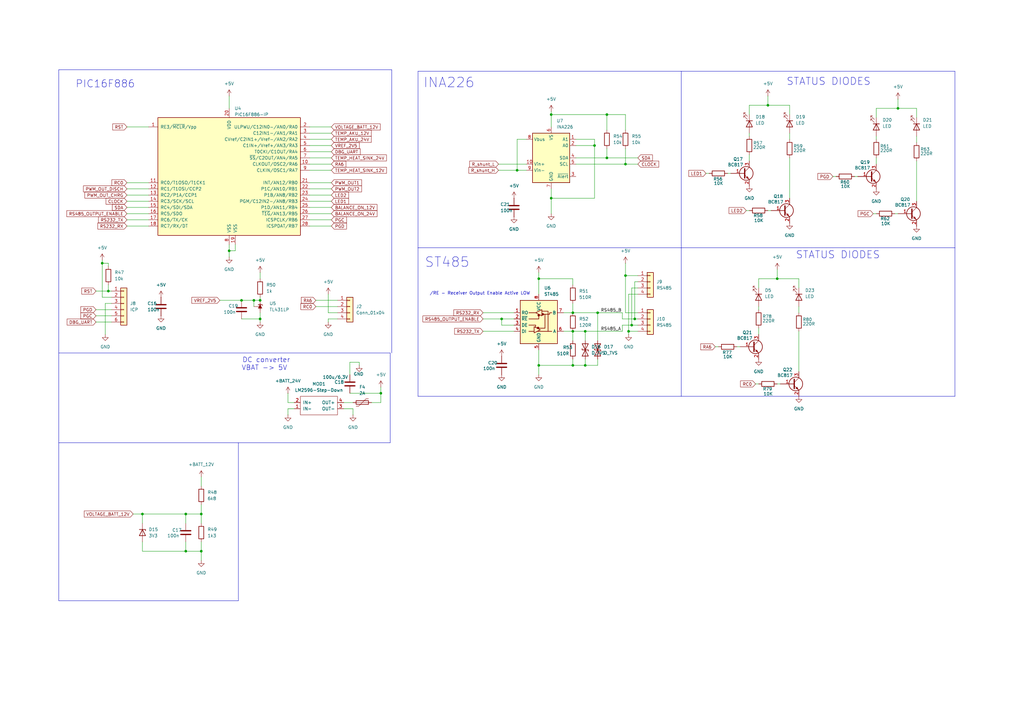
<source format=kicad_sch>
(kicad_sch (version 20231120) (generator "eeschema") (generator_version "8.0")
  (paper "A3")
  (junction (at 93.98 102.87))
  (junction (at 243.84 59.69))
  (junction (at 106.68 123.19))
  (junction (at 44.45 119.38))
  (junction (at 245.11 128.27))
  (junction (at 260.35 130.81))
  (junction (at 234.95 149.86))
  (junction (at 220.98 114.3))
  (junction (at 76.2 210.82))
  (junction (at 156.21 161.29))
  (junction (at 248.92 46.99))
  (junction (at 240.03 135.89))
  (junction (at 82.55 226.06))
  (junction (at 99.06 123.19))
  (junction (at 318.77 114.3))
  (junction (at 104.14 123.19))
  (junction (at 248.92 64.77))
  (junction (at 256.54 113.03))
  (junction (at 259.08 133.35))
  (junction (at 314.96 43.18))
  (junction (at 220.98 149.86))
  (junction (at 226.06 81.28))
  (junction (at 41.91 107.95))
  (junction (at 256.54 67.31))
  (junction (at 76.2 226.06))
  (junction (at 368.3 44.45))
  (junction (at 234.95 135.89))
  (junction (at 58.42 210.82))
  (junction (at 234.95 128.27))
  (junction (at 240.03 149.86))
  (junction (at 226.06 46.99))
  (junction (at 106.68 130.81))
  (junction (at 82.55 210.82))
  (junction (at 257.81 135.89))
  (junction (at 212.09 69.85))
  (junction (at 205.74 130.81))
  (wire (pts (xy 45.72 124.46) (xy 43.18 124.46)))
  (wire (pts (xy 212.09 57.15) (xy 212.09 69.85)))
  (wire (pts (xy 248.92 46.99) (xy 248.92 53.34)))
  (wire (pts (xy 147.32 148.59) (xy 143.51 148.59)))
  (wire (pts (xy 212.09 69.85) (xy 215.9 69.85)))
  (wire (pts (xy 306.07 86.36) (xy 307.34 86.36)))
  (wire (pts (xy 138.43 130.81) (xy 134.62 130.81)))
  (wire (pts (xy 118.11 170.18) (xy 118.11 167.64)))
  (wire (pts (xy 41.91 107.95) (xy 44.45 107.95)))
  (wire (pts (xy 127 64.77) (xy 135.89 64.77)))
  (wire (pts (xy 314.96 43.18) (xy 323.85 43.18)))
  (polyline (pts (xy 160.02 144.78) (xy 160.02 181.61)))
  (wire (pts (xy 226.06 45.72) (xy 226.06 46.99)))
  (wire (pts (xy 127 77.47) (xy 135.89 77.47)))
  (wire (pts (xy 76.2 210.82) (xy 82.55 210.82)))
  (wire (pts (xy 144.78 167.64) (xy 140.97 167.64)))
  (wire (pts (xy 368.3 40.64) (xy 368.3 44.45)))
  (wire (pts (xy 226.06 46.99) (xy 248.92 46.99)))
  (wire (pts (xy 309.88 157.48) (xy 311.15 157.48)))
  (wire (pts (xy 82.55 226.06) (xy 82.55 229.87)))
  (wire (pts (xy 255.27 133.35) (xy 255.27 135.89)))
  (wire (pts (xy 231.14 128.27) (xy 234.95 128.27)))
  (wire (pts (xy 327.66 135.89) (xy 327.66 152.4)))
  (polyline (pts (xy 160.655 28.575) (xy 160.655 144.78)))
  (wire (pts (xy 261.62 115.57) (xy 260.35 115.57)))
  (wire (pts (xy 323.85 64.77) (xy 323.85 81.28)))
  (wire (pts (xy 248.92 64.77) (xy 261.62 64.77)))
  (wire (pts (xy 76.2 210.82) (xy 76.2 214.63)))
  (wire (pts (xy 82.55 207.01) (xy 82.55 210.82)))
  (wire (pts (xy 41.91 107.95) (xy 41.91 121.92)))
  (wire (pts (xy 127 52.07) (xy 135.89 52.07)))
  (wire (pts (xy 198.12 128.27) (xy 210.82 128.27)))
  (wire (pts (xy 261.62 133.35) (xy 259.08 133.35)))
  (wire (pts (xy 257.81 137.16) (xy 257.81 135.89)))
  (wire (pts (xy 307.34 54.61) (xy 307.34 55.88)))
  (wire (pts (xy 76.2 222.25) (xy 76.2 226.06)))
  (wire (pts (xy 52.07 82.55) (xy 60.96 82.55)))
  (wire (pts (xy 204.47 69.85) (xy 212.09 69.85)))
  (polyline (pts (xy 24.13 181.61) (xy 97.79 181.61)))
  (wire (pts (xy 52.07 80.01) (xy 60.96 80.01)))
  (wire (pts (xy 127 54.61) (xy 135.89 54.61)))
  (wire (pts (xy 99.06 123.19) (xy 104.14 123.19)))
  (wire (pts (xy 106.68 121.92) (xy 106.68 123.19)))
  (wire (pts (xy 256.54 128.27) (xy 256.54 113.03)))
  (wire (pts (xy 129.54 125.73) (xy 138.43 125.73)))
  (wire (pts (xy 245.11 147.32) (xy 245.11 149.86)))
  (wire (pts (xy 96.52 102.87) (xy 96.52 100.33)))
  (wire (pts (xy 359.41 64.77) (xy 359.41 67.31)))
  (wire (pts (xy 234.95 135.89) (xy 240.03 135.89)))
  (wire (pts (xy 236.22 64.77) (xy 248.92 64.77)))
  (wire (pts (xy 156.21 165.1) (xy 156.21 161.29)))
  (wire (pts (xy 210.82 133.35) (xy 205.74 133.35)))
  (wire (pts (xy 234.95 124.46) (xy 234.95 128.27)))
  (wire (pts (xy 257.81 120.65) (xy 261.62 120.65)))
  (polyline (pts (xy 97.79 246.38) (xy 97.79 181.61)))
  (wire (pts (xy 76.2 226.06) (xy 58.42 226.06)))
  (polyline (pts (xy 279.4 162.56) (xy 391.668 162.56)))
  (wire (pts (xy 205.74 130.81) (xy 210.82 130.81)))
  (wire (pts (xy 44.45 109.22) (xy 44.45 107.95)))
  (wire (pts (xy 39.37 129.54) (xy 45.72 129.54)))
  (wire (pts (xy 104.14 125.73) (xy 104.14 123.19)))
  (wire (pts (xy 52.07 87.63) (xy 60.96 87.63)))
  (wire (pts (xy 39.37 127) (xy 45.72 127)))
  (wire (pts (xy 255.27 130.81) (xy 255.27 128.27)))
  (polyline (pts (xy 171.45 101.6) (xy 171.45 29.21)))
  (wire (pts (xy 359.41 44.45) (xy 359.41 48.26)))
  (wire (pts (xy 236.22 59.69) (xy 243.84 59.69)))
  (wire (pts (xy 39.37 119.38) (xy 44.45 119.38)))
  (wire (pts (xy 245.11 128.27) (xy 245.11 139.7)))
  (wire (pts (xy 257.81 135.89) (xy 261.62 135.89)))
  (wire (pts (xy 39.37 132.08) (xy 45.72 132.08)))
  (wire (pts (xy 58.42 210.82) (xy 58.42 214.63)))
  (wire (pts (xy 93.98 100.33) (xy 93.98 102.87)))
  (wire (pts (xy 44.45 116.84) (xy 44.45 119.38)))
  (wire (pts (xy 135.89 90.17) (xy 127 90.17)))
  (wire (pts (xy 99.06 130.81) (xy 106.68 130.81)))
  (wire (pts (xy 198.12 135.89) (xy 210.82 135.89)))
  (wire (pts (xy 307.34 43.18) (xy 314.96 43.18)))
  (wire (pts (xy 375.92 66.04) (xy 375.92 82.55)))
  (wire (pts (xy 341.63 72.39) (xy 342.9 72.39)))
  (wire (pts (xy 82.55 210.82) (xy 82.55 214.63)))
  (wire (pts (xy 240.03 149.86) (xy 234.95 149.86)))
  (wire (pts (xy 234.95 116.84) (xy 234.95 114.3)))
  (wire (pts (xy 93.98 102.87) (xy 93.98 105.41)))
  (polyline (pts (xy 391.668 162.56) (xy 391.668 101.6)))
  (wire (pts (xy 45.72 121.92) (xy 41.91 121.92)))
  (wire (pts (xy 257.81 135.89) (xy 257.81 120.65)))
  (wire (pts (xy 90.17 123.19) (xy 99.06 123.19)))
  (wire (pts (xy 127 59.69) (xy 135.89 59.69)))
  (wire (pts (xy 236.22 67.31) (xy 256.54 67.31)))
  (wire (pts (xy 127 74.93) (xy 135.89 74.93)))
  (wire (pts (xy 82.55 222.25) (xy 82.55 226.06)))
  (wire (pts (xy 134.62 120.65) (xy 134.62 128.27)))
  (wire (pts (xy 127 57.15) (xy 135.89 57.15)))
  (wire (pts (xy 234.95 149.86) (xy 220.98 149.86)))
  (wire (pts (xy 118.11 167.64) (xy 120.65 167.64)))
  (wire (pts (xy 104.14 123.19) (xy 106.68 123.19)))
  (wire (pts (xy 93.98 102.87) (xy 96.52 102.87)))
  (wire (pts (xy 41.91 106.68) (xy 41.91 107.95)))
  (wire (pts (xy 215.9 57.15) (xy 212.09 57.15)))
  (polyline (pts (xy 24.13 28.575) (xy 160.655 28.575)))
  (wire (pts (xy 127 80.01) (xy 135.89 80.01)))
  (wire (pts (xy 243.84 57.15) (xy 236.22 57.15)))
  (wire (pts (xy 307.34 43.18) (xy 307.34 46.99)))
  (wire (pts (xy 143.51 161.29) (xy 156.21 161.29)))
  (wire (pts (xy 261.62 118.11) (xy 259.08 118.11)))
  (polyline (pts (xy 171.45 101.6) (xy 279.4 101.6)))
  (wire (pts (xy 256.54 46.99) (xy 256.54 53.34)))
  (wire (pts (xy 245.11 128.27) (xy 255.27 128.27)))
  (wire (pts (xy 93.98 39.37) (xy 93.98 44.45)))
  (wire (pts (xy 234.95 114.3) (xy 220.98 114.3)))
  (wire (pts (xy 143.51 148.59) (xy 143.51 153.67)))
  (wire (pts (xy 256.54 113.03) (xy 256.54 107.95)))
  (wire (pts (xy 127 85.09) (xy 135.89 85.09)))
  (polyline (pts (xy 171.45 162.56) (xy 171.45 101.6)))
  (polyline (pts (xy 279.4 101.6) (xy 391.668 101.6)))
  (wire (pts (xy 82.55 226.06) (xy 76.2 226.06)))
  (wire (pts (xy 127 62.23) (xy 135.89 62.23)))
  (wire (pts (xy 52.07 85.09) (xy 60.96 85.09)))
  (wire (pts (xy 127 82.55) (xy 135.89 82.55)))
  (wire (pts (xy 311.15 125.73) (xy 311.15 127)))
  (wire (pts (xy 58.42 226.06) (xy 58.42 222.25)))
  (wire (pts (xy 368.3 44.45) (xy 375.92 44.45)))
  (wire (pts (xy 318.77 157.48) (xy 320.04 157.48)))
  (wire (pts (xy 359.41 55.88) (xy 359.41 57.15)))
  (wire (pts (xy 220.98 111.76) (xy 220.98 114.3)))
  (wire (pts (xy 327.66 125.73) (xy 327.66 128.27)))
  (wire (pts (xy 44.45 119.38) (xy 45.72 119.38)))
  (wire (pts (xy 314.96 86.36) (xy 316.23 86.36)))
  (wire (pts (xy 138.43 128.27) (xy 134.62 128.27)))
  (wire (pts (xy 54.61 210.82) (xy 58.42 210.82)))
  (polyline (pts (xy 391.668 29.21) (xy 279.4 29.21)))
  (wire (pts (xy 256.54 60.96) (xy 256.54 67.31)))
  (wire (pts (xy 248.92 60.96) (xy 248.92 64.77)))
  (wire (pts (xy 293.37 142.24) (xy 294.64 142.24)))
  (wire (pts (xy 248.92 46.99) (xy 256.54 46.99)))
  (wire (pts (xy 226.06 77.47) (xy 226.06 81.28)))
  (wire (pts (xy 152.4 165.1) (xy 156.21 165.1)))
  (wire (pts (xy 318.77 114.3) (xy 327.66 114.3)))
  (wire (pts (xy 350.52 72.39) (xy 351.79 72.39)))
  (wire (pts (xy 256.54 113.03) (xy 261.62 113.03)))
  (wire (pts (xy 240.03 147.32) (xy 240.03 149.86)))
  (wire (pts (xy 129.54 123.19) (xy 138.43 123.19)))
  (wire (pts (xy 234.95 135.89) (xy 234.95 139.7)))
  (wire (pts (xy 375.92 44.45) (xy 375.92 48.26)))
  (wire (pts (xy 120.65 165.1) (xy 118.11 165.1)))
  (wire (pts (xy 204.47 67.31) (xy 215.9 67.31)))
  (wire (pts (xy 259.08 118.11) (xy 259.08 133.35)))
  (wire (pts (xy 226.06 81.28) (xy 226.06 87.63)))
  (wire (pts (xy 323.85 43.18) (xy 323.85 46.99)))
  (wire (pts (xy 52.07 90.17) (xy 60.96 90.17)))
  (wire (pts (xy 118.11 165.1) (xy 118.11 161.29)))
  (wire (pts (xy 147.32 148.59) (xy 147.32 149.86)))
  (wire (pts (xy 358.14 87.63) (xy 359.41 87.63)))
  (wire (pts (xy 226.06 46.99) (xy 226.06 52.07)))
  (polyline (pts (xy 24.13 246.38) (xy 97.79 246.38)))
  (polyline (pts (xy 24.13 181.61) (xy 24.13 28.575)))
  (wire (pts (xy 60.96 52.07) (xy 52.07 52.07)))
  (wire (pts (xy 220.98 114.3) (xy 220.98 120.65)))
  (polyline (pts (xy 171.45 29.21) (xy 279.4 29.21)))
  (wire (pts (xy 240.03 135.89) (xy 255.27 135.89)))
  (wire (pts (xy 375.92 55.88) (xy 375.92 58.42)))
  (wire (pts (xy 311.15 114.3) (xy 318.77 114.3)))
  (wire (pts (xy 58.42 210.82) (xy 76.2 210.82)))
  (wire (pts (xy 307.34 63.5) (xy 307.34 66.04)))
  (wire (pts (xy 205.74 133.35) (xy 205.74 130.81)))
  (wire (pts (xy 106.68 128.27) (xy 106.68 130.81)))
  (wire (pts (xy 226.06 81.28) (xy 243.84 81.28)))
  (wire (pts (xy 311.15 134.62) (xy 311.15 137.16)))
  (polyline (pts (xy 279.4 162.56) (xy 279.4 29.21)))
  (wire (pts (xy 156.21 161.29) (xy 156.21 158.75)))
  (wire (pts (xy 106.68 111.76) (xy 106.68 114.3)))
  (wire (pts (xy 231.14 135.89) (xy 234.95 135.89)))
  (wire (pts (xy 289.56 71.12) (xy 290.83 71.12)))
  (wire (pts (xy 311.15 114.3) (xy 311.15 118.11)))
  (wire (pts (xy 256.54 67.31) (xy 261.62 67.31)))
  (wire (pts (xy 144.78 167.64) (xy 144.78 170.18)))
  (wire (pts (xy 43.18 124.46) (xy 43.18 137.16)))
  (wire (pts (xy 245.11 149.86) (xy 240.03 149.86)))
  (wire (pts (xy 261.62 130.81) (xy 260.35 130.81)))
  (wire (pts (xy 260.35 115.57) (xy 260.35 130.81)))
  (wire (pts (xy 327.66 114.3) (xy 327.66 118.11)))
  (wire (pts (xy 127 67.31) (xy 135.89 67.31)))
  (polyline (pts (xy 391.668 101.6) (xy 391.668 29.21)))
  (polyline (pts (xy 24.13 181.61) (xy 24.13 246.38)))
  (wire (pts (xy 314.96 39.37) (xy 314.96 43.18)))
  (polyline (pts (xy 160.02 181.61) (xy 97.79 181.61)))
  (wire (pts (xy 243.84 81.28) (xy 243.84 59.69)))
  (wire (pts (xy 243.84 59.69) (xy 243.84 57.15)))
  (wire (pts (xy 106.68 130.81) (xy 106.68 132.08)))
  (wire (pts (xy 127 69.85) (xy 135.89 69.85)))
  (wire (pts (xy 134.62 130.81) (xy 134.62 132.08)))
  (wire (pts (xy 234.95 128.27) (xy 245.11 128.27)))
  (wire (pts (xy 259.08 133.35) (xy 255.27 133.35)))
  (polyline (pts (xy 24.13 144.78) (xy 160.02 144.78)))
  (wire (pts (xy 260.35 130.81) (xy 255.27 130.81)))
  (wire (pts (xy 302.26 142.24) (xy 303.53 142.24)))
  (wire (pts (xy 82.55 195.58) (xy 82.55 199.39)))
  (wire (pts (xy 135.89 92.71) (xy 127 92.71)))
  (wire (pts (xy 318.77 110.49) (xy 318.77 114.3)))
  (wire (pts (xy 220.98 143.51) (xy 220.98 149.86)))
  (wire (pts (xy 261.62 128.27) (xy 256.54 128.27)))
  (wire (pts (xy 367.03 87.63) (xy 368.3 87.63)))
  (wire (pts (xy 127 87.63) (xy 135.89 87.63)))
  (wire (pts (xy 52.07 74.93) (xy 60.96 74.93)))
  (wire (pts (xy 220.98 149.86) (xy 220.98 153.67)))
  (polyline (pts (xy 171.45 162.56) (xy 279.4 162.56)))
  (wire (pts (xy 140.97 165.1) (xy 144.78 165.1)))
  (wire (pts (xy 368.3 44.45) (xy 359.41 44.45)))
  (wire (pts (xy 198.12 130.81) (xy 205.74 130.81)))
  (wire (pts (xy 52.07 77.47) (xy 60.96 77.47)))
  (wire (pts (xy 323.85 54.61) (xy 323.85 57.15)))
  (wire (pts (xy 234.95 147.32) (xy 234.95 149.86)))
  (wire (pts (xy 298.45 71.12) (xy 299.72 71.12)))
  (wire (pts (xy 240.03 135.89) (xy 240.03 139.7)))
  (wire (pts (xy 52.07 92.71) (xy 60.96 92.71)))
  (text "INA226\n" (at 184.15 34.036 0) (effects (font (size 4 4))))
  (text "PIC16F886" (at 43.18 34.544 0) (effects (font (size 3 3))))
  (text "STATUS DIODES" (at 343.662 104.648 0) (effects (font (size 3 3))))
  (text "ST485" (at 183.388 107.696 0) (effects (font (size 4 4))))
  (text "DC converter\nVBAT -> 5V " (at 109.22 149.352 0) (effects (font (size 2 2))))
  (text "/RE - Receiver Output Enable Active LOW" (at 196.85 120.396 0) (effects (font (size 1.27 1.27))))
  (text "STATUS DIODES" (at 339.852 33.528 0) (effects (font (size 3 3))))
  (label "RS485_A" (at 246.38 135.89 0))
  (label "RS485_B" (at 246.38 128.27 0))
  (global_label "PGD" (shape input) (at 135.89 92.71 0) (property "Intersheetrefs" "${INTERSHEET_REFS}" (effects (hide yes))))
  (global_label "LED2" (shape input) (at 135.89 80.01 0) (property "Intersheetrefs" "${INTERSHEET_REFS}" (effects (hide yes))))
  (global_label "R_shunt_L" (shape input) (at 204.47 67.31 180) (property "Intersheetrefs" "${INTERSHEET_REFS}" (effects (hide yes))))
  (global_label "VOLTAGE_BATT_12V" (shape input) (at 54.61 210.82 180) (property "Intersheetrefs" "${INTERSHEET_REFS}" (effects (hide yes))))
  (global_label "TEMP_AKU_12V" (shape input) (at 135.89 54.61 0) (property "Intersheetrefs" "${INTERSHEET_REFS}" (effects (hide yes))))
  (global_label "PWM_OUT1" (shape input) (at 135.89 74.93 0) (property "Intersheetrefs" "${INTERSHEET_REFS}" (effects (hide yes))))
  (global_label "RST" (shape input) (at 52.07 52.07 180) (property "Intersheetrefs" "${INTERSHEET_REFS}" (effects (hide yes))))
  (global_label "RS232_RX" (shape input) (at 198.12 128.27 180) (property "Intersheetrefs" "${INTERSHEET_REFS}" (effects (hide yes))))
  (global_label "LED1" (shape input) (at 135.89 82.55 0) (property "Intersheetrefs" "${INTERSHEET_REFS}" (effects (hide yes))))
  (global_label "PGD" (shape input) (at 341.63 72.39 180) (property "Intersheetrefs" "${INTERSHEET_REFS}" (effects (hide yes))))
  (global_label "RA6" (shape input) (at 293.37 142.24 180) (property "Intersheetrefs" "${INTERSHEET_REFS}" (effects (hide yes))))
  (global_label "RST" (shape input) (at 39.37 119.38 180) (property "Intersheetrefs" "${INTERSHEET_REFS}" (effects (hide yes))))
  (global_label "TEMP_AKU_24V" (shape input) (at 135.89 57.15 0) (property "Intersheetrefs" "${INTERSHEET_REFS}" (effects (hide yes))))
  (global_label "SDA" (shape input) (at 261.62 64.77 0) (property "Intersheetrefs" "${INTERSHEET_REFS}" (effects (hide yes))))
  (global_label "PWM_OUT_CHRG" (shape input) (at 52.07 80.01 180) (property "Intersheetrefs" "${INTERSHEET_REFS}" (effects (hide yes))))
  (global_label "SDA" (shape input) (at 52.07 85.09 180) (property "Intersheetrefs" "${INTERSHEET_REFS}" (effects (hide yes))))
  (global_label "R_shunt_H" (shape input) (at 204.47 69.85 180) (property "Intersheetrefs" "${INTERSHEET_REFS}" (effects (hide yes))))
  (global_label "VOLTAGE_BATT_12V" (shape input) (at 135.89 52.07 0) (property "Intersheetrefs" "${INTERSHEET_REFS}" (effects (hide yes))))
  (global_label "BALANCE_ON_12V" (shape input) (at 135.89 85.09 0) (property "Intersheetrefs" "${INTERSHEET_REFS}" (effects (hide yes))))
  (global_label "VREF_2V5" (shape input) (at 90.17 123.19 180) (property "Intersheetrefs" "${INTERSHEET_REFS}" (effects (hide yes))))
  (global_label "CLOCK" (shape input) (at 261.62 67.31 0) (property "Intersheetrefs" "${INTERSHEET_REFS}" (effects (hide yes))))
  (global_label "RS485_OUTPUT_ENABLE" (shape input) (at 198.12 130.81 180) (property "Intersheetrefs" "${INTERSHEET_REFS}" (effects (hide yes))))
  (global_label "RC0" (shape input) (at 52.07 74.93 180) (property "Intersheetrefs" "${INTERSHEET_REFS}" (effects (hide yes))))
  (global_label "RA6" (shape input) (at 129.54 123.19 180) (property "Intersheetrefs" "${INTERSHEET_REFS}" (effects (hide yes))))
  (global_label "RS232_TX" (shape input) (at 198.12 135.89 180) (property "Intersheetrefs" "${INTERSHEET_REFS}" (effects (hide yes))))
  (global_label "PGC" (shape input) (at 358.14 87.63 180) (property "Intersheetrefs" "${INTERSHEET_REFS}" (effects (hide yes))))
  (global_label "DBG_UART" (shape input) (at 135.89 62.23 0) (property "Intersheetrefs" "${INTERSHEET_REFS}" (effects (hide yes))))
  (global_label "TEMP_HEAT_SINK_12V" (shape input) (at 135.89 69.85 0) (property "Intersheetrefs" "${INTERSHEET_REFS}" (effects (hide yes))))
  (global_label "PWM_OUT_DISCH" (shape input) (at 52.07 77.47 180) (property "Intersheetrefs" "${INTERSHEET_REFS}" (effects (hide yes))))
  (global_label "LED1" (shape input) (at 289.56 71.12 180) (property "Intersheetrefs" "${INTERSHEET_REFS}" (effects (hide yes))))
  (global_label "PGC" (shape input) (at 39.37 129.54 180) (property "Intersheetrefs" "${INTERSHEET_REFS}" (effects (hide yes))))
  (global_label "LED2" (shape input) (at 306.07 86.36 180) (property "Intersheetrefs" "${INTERSHEET_REFS}" (effects (hide yes))))
  (global_label "RC0" (shape input) (at 129.54 125.73 180) (property "Intersheetrefs" "${INTERSHEET_REFS}" (effects (hide yes))))
  (global_label "CLOCK" (shape input) (at 52.07 82.55 180) (property "Intersheetrefs" "${INTERSHEET_REFS}" (effects (hide yes))))
  (global_label "PGC" (shape input) (at 135.89 90.17 0) (property "Intersheetrefs" "${INTERSHEET_REFS}" (effects (hide yes))))
  (global_label "RS232_RX" (shape input) (at 52.07 92.71 180) (property "Intersheetrefs" "${INTERSHEET_REFS}" (effects (hide yes))))
  (global_label "BALANCE_ON_24V" (shape input) (at 135.89 87.63 0) (property "Intersheetrefs" "${INTERSHEET_REFS}" (effects (hide yes))))
  (global_label "RS232_TX" (shape input) (at 52.07 90.17 180) (property "Intersheetrefs" "${INTERSHEET_REFS}" (effects (hide yes))))
  (global_label "PGD" (shape input) (at 39.37 127 180) (property "Intersheetrefs" "${INTERSHEET_REFS}" (effects (hide yes))))
  (global_label "RC0" (shape input) (at 309.88 157.48 180) (property "Intersheetrefs" "${INTERSHEET_REFS}" (effects (hide yes))))
  (global_label "DBG_UART" (shape input) (at 39.37 132.08 180) (property "Intersheetrefs" "${INTERSHEET_REFS}" (effects (hide yes))))
  (global_label "PWM_OUT2" (shape input) (at 135.89 77.47 0) (property "Intersheetrefs" "${INTERSHEET_REFS}" (effects (hide yes))))
  (global_label "TEMP_HEAT_SINK_24V" (shape input) (at 135.89 64.77 0) (property "Intersheetrefs" "${INTERSHEET_REFS}" (effects (hide yes))))
  (global_label "RA6" (shape input) (at 135.89 67.31 0) (property "Intersheetrefs" "${INTERSHEET_REFS}" (effects (hide yes))))
  (global_label "VREF_2V5" (shape input) (at 135.89 59.69 0) (property "Intersheetrefs" "${INTERSHEET_REFS}" (effects (hide yes))))
  (global_label "RS485_OUTPUT_ENABLE" (shape input) (at 52.07 87.63 180) (property "Intersheetrefs" "${INTERSHEET_REFS}" (effects (hide yes))))
  (symbol (lib_id "power:GND") (at 66.04 129.54 0) (unit 1)
    (property "Reference" "#PWR056" (effects (hide yes)))
    (property "Value" "GND" (at 66.04 134.62 0))
    (property "Description" "Power symbol creates a global label with name \"GND\" , ground" (effects (hide yes)))
  )
  (symbol (lib_id "Device:C") (at 143.51 157.48 0) (unit 1)
    (property "Reference" "C18" (at 137.16 156.718 0) (effects (justify left)))
    (property "Value" "100u/6,3V" (at 132.334 154.686 0) (effects (justify left)))
    (property "Footprint" "Capacitor_Tantalum_SMD:CP_EIA-3528-21_Kemet-B" (effects (hide yes)))
    (property "Description" "VISHAY TMCU SMD CODE JA8" (effects (hide yes)))
  )
  (symbol (lib_id "Device:R") (at 248.92 57.15 0) (unit 1)
    (property "Reference" "R54" (at 251.46 55.8799 0) (effects (justify left)))
    (property "Value" "10k" (at 251.46 58.4199 0) (effects (justify left)))
    (property "Footprint" "Resistor_SMD:R_0805_2012Metric_Pad1.20x1.40mm_HandSolder" (effects (hide yes)))
    (property "Description" "Resistor" (effects (hide yes)))
  )
  (symbol (lib_id "Device:R") (at 82.55 203.2 0) (unit 1)
    (property "Reference" "R48" (at 85.09 201.9299 0) (effects (justify left)))
    (property "Value" "6k8" (at 85.09 204.4699 0) (effects (justify left)))
    (property "Footprint" "Resistor_SMD:R_0805_2012Metric_Pad1.20x1.40mm_HandSolder" (effects (hide yes)))
    (property "Description" "Resistor" (effects (hide yes)))
  )
  (symbol (lib_id "power:+5V") (at 368.3 40.64 0) (unit 1)
    (property "Reference" "#PWR086" (effects (hide yes)))
    (property "Value" "+5V" (at 368.3 35.56 0))
    (property "Description" "Power symbol creates a global label with name \"+5V\"" (effects (hide yes)))
  )
  (symbol (lib_id "power:GND") (at 43.18 137.16 0) (unit 1)
    (property "Reference" "#PWR054" (effects (hide yes)))
    (property "Value" "GND" (at 43.18 142.24 0))
    (property "Description" "Power symbol creates a global label with name \"GND\" , ground" (effects (hide yes)))
  )
  (symbol (lib_id "Device:R") (at 327.66 132.08 180) (unit 1)
    (property "Reference" "R80" (at 329.184 131.064 0) (effects (justify right)))
    (property "Value" "220R" (at 329.184 132.842 0) (effects (justify right)))
    (property "Footprint" "Resistor_SMD:R_0805_2012Metric_Pad1.20x1.40mm_HandSolder" (effects (hide yes)))
    (property "Description" "Resistor" (effects (hide yes)))
  )
  (symbol (lib_id "Device:R") (at 256.54 57.15 0) (unit 1)
    (property "Reference" "R55" (at 259.08 55.8799 0) (effects (justify left)))
    (property "Value" "10k" (at 259.08 58.4199 0) (effects (justify left)))
    (property "Footprint" "Resistor_SMD:R_0805_2012Metric_Pad1.20x1.40mm_HandSolder" (effects (hide yes)))
    (property "Description" "Resistor" (effects (hide yes)))
  )
  (symbol (lib_id "power:+5V") (at 41.91 106.68 0) (unit 1)
    (property "Reference" "#PWR053" (effects (hide yes)))
    (property "Value" "+5V" (at 41.91 101.6 0))
    (property "Description" "Power symbol creates a global label with name \"+5V\"" (effects (hide yes)))
  )
  (symbol (lib_id "Interface_UART:ST485EBDR") (at 220.98 130.81 0) (unit 1)
    (property "Reference" "U6" (at 223.1741 118.11 0) (effects (justify left)))
    (property "Value" "ST485" (at 223.1741 120.65 0) (effects (justify left)))
    (property "Footprint" "Package_SO:SOIC-8_3.9x4.9mm_P1.27mm" (effects (hide yes)))
    (property "Datasheet" "http://www.st.com/resource/en/datasheet/st485eb.pdf" (effects (hide yes)))
    (property "Description" "Half duplex RS-485/RS-422, 5 Mbps, ±15kV electro-static discharge (ESD) protection, no slew-rate, with low-power shutdown, with receiver/driver enable, 256 transceiver on the bus - 40 to 85 °C, SOIC-8" (effects (hide yes)))
  )
  (symbol (lib_id "power:GND") (at 93.98 105.41 0) (unit 1)
    (property "Reference" "#PWR062" (effects (hide yes)))
    (property "Value" "GND" (at 93.98 110.49 0))
    (property "Description" "Power symbol creates a global label with name \"GND\" , ground" (effects (hide yes)))
  )
  (symbol (lib_id "Device:LED") (at 359.41 52.07 270) (unit 1)
    (property "Reference" "D20" (at 361.95 49.2124 90) (effects (justify left)))
    (property "Value" "LED" (at 361.95 51.7524 90) (effects (justify left)))
    (property "Footprint" "LED_THT:LED_D5.0mm" (effects (hide yes)))
    (property "Description" "Light emitting diode" (effects (hide yes)))
  )
  (symbol (lib_id "Device:C") (at 66.04 125.73 0) (unit 1)
    (property "Reference" "C16" (at 60.452 124.46 0) (effects (justify left)))
    (property "Value" "100n" (at 60.452 127 0) (effects (justify left)))
    (property "Footprint" "Capacitor_SMD:C_0805_2012Metric_Pad1.18x1.45mm_HandSolder" (effects (hide yes)))
    (property "Description" "Unpolarized capacitor" (effects (hide yes)))
  )
  (symbol (lib_id "power:GND") (at 106.68 132.08 0) (unit 1)
    (property "Reference" "#PWR064" (effects (hide yes)))
    (property "Value" "GND" (at 106.68 137.16 0))
    (property "Description" "Power symbol creates a global label with name \"GND\" , ground" (effects (hide yes)))
  )
  (symbol (lib_id "power:GND") (at 210.82 88.9 0) (unit 1)
    (property "Reference" "#PWR075" (effects (hide yes)))
    (property "Value" "GND" (at 210.82 93.98 0))
    (property "Description" "Power symbol creates a global label with name \"GND\" , ground" (effects (hide yes)))
  )
  (symbol (lib_id "Device:R") (at 375.92 62.23 180) (unit 1)
    (property "Reference" "R63" (at 377.444 61.214 0) (effects (justify right)))
    (property "Value" "220R" (at 377.444 62.992 0) (effects (justify right)))
    (property "Footprint" "Resistor_SMD:R_0805_2012Metric_Pad1.20x1.40mm_HandSolder" (effects (hide yes)))
    (property "Description" "Resistor" (effects (hide yes)))
  )
  (symbol (lib_id "Connector_Generic:Conn_01x04") (at 143.51 125.73 0) (unit 1)
    (property "Reference" "J2" (at 146.05 125.7299 0) (effects (justify left)))
    (property "Value" "Conn_01x04" (at 146.05 128.2699 0) (effects (justify left)))
    (property "Footprint" "Connector_PinHeader_2.54mm:PinHeader_1x04_P2.54mm_Vertical" (effects (hide yes)))
    (property "Description" "Generic connector, single row, 01x04, script generated (kicad-library-utils/schlib/autogen/connector/)" (effects (hide yes)))
  )
  (symbol (lib_id "power:+5V") (at 156.21 158.75 0) (unit 1)
    (property "Reference" "#PWR070" (effects (hide yes)))
    (property "Value" "+5V" (at 156.21 153.67 0))
    (property "Description" "Power symbol creates a global label with name \"+5V\"" (effects (hide yes)))
  )
  (symbol (lib_id "Device:R") (at 298.45 142.24 270) (unit 1)
    (property "Reference" "R77" (at 300.228 144.526 90) (effects (justify right)))
    (property "Value" "10K" (at 300.482 146.304 90) (effects (justify right)))
    (property "Footprint" "Resistor_SMD:R_0805_2012Metric_Pad1.20x1.40mm_HandSolder" (effects (hide yes)))
    (property "Description" "Resistor" (effects (hide yes)))
  )
  (symbol (lib_id "Device:LED") (at 327.66 121.92 270) (unit 1)
    (property "Reference" "D23" (at 330.2 119.0624 90) (effects (justify left)))
    (property "Value" "LED" (at 330.2 121.6024 90) (effects (justify left)))
    (property "Footprint" "LED_SMD:LED_PLCC-2_3.4x3.0mm_KA" (effects (hide yes)))
    (property "Description" "Light emitting diode" (effects (hide yes)))
  )
  (symbol (lib_id "Transistor_BJT:BC817") (at 308.61 142.24 0) (unit 1)
    (property "Reference" "Q21" (at 304.546 136.398 0) (effects (justify left)))
    (property "Value" "BC817" (at 302.26 138.684 0) (effects (justify left)))
    (property "Footprint" "Package_TO_SOT_SMD:SOT-23" (effects (hide yes)))
    (property "Datasheet" "http://www.fairchildsemi.com/ds/BC/BC817.pdf" (effects (hide yes)))
  )
  (symbol (lib_id "Device:R") (at 82.55 218.44 0) (unit 1)
    (property "Reference" "R49" (at 85.09 217.1699 0) (effects (justify left)))
    (property "Value" "1k3" (at 85.09 219.7099 0) (effects (justify left)))
    (property "Footprint" "Resistor_SMD:R_0805_2012Metric_Pad1.20x1.40mm_HandSolder" (effects (hide yes)))
    (property "Description" "Resistor" (effects (hide yes)))
  )
  (symbol (lib_id "power:GND") (at 144.78 170.18 0) (unit 1)
    (property "Reference" "#PWR069" (effects (hide yes)))
    (property "Value" "GND" (at 144.78 175.26 0))
    (property "Description" "Power symbol creates a global label with name \"GND\" , ground" (effects (hide yes)))
  )
  (symbol (lib_id "Device:LED") (at 307.34 50.8 270) (unit 1)
    (property "Reference" "D18" (at 309.88 47.9424 90) (effects (justify left)))
    (property "Value" "LED" (at 309.88 50.4824 90) (effects (justify left)))
    (property "Footprint" "LED_THT:LED_D5.0mm" (effects (hide yes)))
    (property "Description" "Light emitting diode" (effects (hide yes)))
  )
  (symbol (lib_id "Device:R") (at 106.68 118.11 0) (unit 1)
    (property "Reference" "R50" (at 109.22 116.8399 0) (effects (justify left)))
    (property "Value" "1k" (at 109.22 119.3799 0) (effects (justify left)))
    (property "Footprint" "Resistor_SMD:R_0805_2012Metric_Pad1.20x1.40mm_HandSolder" (effects (hide yes)))
    (property "Description" "Resistor" (effects (hide yes)))
  )
  (symbol (lib_id "power:GND") (at 226.06 87.63 0) (unit 1)
    (property "Reference" "#PWR079" (effects (hide yes)))
    (property "Value" "GND" (at 226.06 92.71 0))
    (property "Description" "Power symbol creates a global label with name \"GND\" , ground" (effects (hide yes)))
  )
  (symbol (lib_id "Device:R") (at 307.34 59.69 180) (unit 1)
    (property "Reference" "R57" (at 308.864 58.674 0) (effects (justify right)))
    (property "Value" "220R" (at 308.864 60.452 0) (effects (justify right)))
    (property "Footprint" "Resistor_SMD:R_0805_2012Metric_Pad1.20x1.40mm_HandSolder" (effects (hide yes)))
    (property "Description" "Resistor" (effects (hide yes)))
  )
  (symbol (lib_id "Device:R") (at 311.15 86.36 270) (unit 1)
    (property "Reference" "R58" (at 312.928 88.392 90) (effects (justify right)))
    (property "Value" "10K" (at 313.182 90.424 90) (effects (justify right)))
    (property "Footprint" "Resistor_SMD:R_0805_2012Metric_Pad1.20x1.40mm_HandSolder" (effects (hide yes)))
    (property "Description" "Resistor" (effects (hide yes)))
  )
  (symbol (lib_id "Device:R") (at 314.96 157.48 270) (unit 1)
    (property "Reference" "R79" (at 316.738 159.512 90) (effects (justify right)))
    (property "Value" "10K" (at 316.992 161.544 90) (effects (justify right)))
    (property "Footprint" "Resistor_SMD:R_0805_2012Metric_Pad1.20x1.40mm_HandSolder" (effects (hide yes)))
    (property "Description" "Resistor" (effects (hide yes)))
  )
  (symbol (lib_id "Transistor_BJT:BC817") (at 325.12 157.48 0) (unit 1)
    (property "Reference" "Q22" (at 321.056 151.638 0) (effects (justify left)))
    (property "Value" "BC817" (at 318.77 153.924 0) (effects (justify left)))
    (property "Footprint" "Package_TO_SOT_SMD:SOT-23" (effects (hide yes)))
    (property "Datasheet" "http://www.fairchildsemi.com/ds/BC/BC817.pdf" (effects (hide yes)))
  )
  (symbol (lib_id "Device:R") (at 234.95 143.51 0) (unit 1)
    (property "Reference" "R53" (at 230.886 142.494 0) (effects (justify left)))
    (property "Value" "510R" (at 228.346 145.034 0) (effects (justify left)))
    (property "Footprint" "Resistor_SMD:R_0805_2012Metric_Pad1.20x1.40mm_HandSolder" (effects (hide yes)))
    (property "Description" "Resistor" (effects (hide yes)))
  )
  (symbol (lib_id "Device:R") (at 234.95 132.08 0) (unit 1)
    (property "Reference" "R52" (at 237.49 130.8099 0) (effects (justify left)))
    (property "Value" "120R" (at 237.49 133.3499 0) (effects (justify left)))
    (property "Footprint" "Resistor_SMD:R_0805_2012Metric_Pad1.20x1.40mm_HandSolder" (effects (hide yes)))
    (property "Description" "Resistor" (effects (hide yes)))
  )
  (symbol (lib_id "power:GND") (at 205.74 153.67 0) (unit 1)
    (property "Reference" "#PWR073" (effects (hide yes)))
    (property "Value" "GND" (at 205.74 158.75 0))
    (property "Description" "Power symbol creates a global label with name \"GND\" , ground" (effects (hide yes)))
  )
  (symbol (lib_id "Device:R") (at 44.45 113.03 0) (unit 1)
    (property "Reference" "R47" (at 46.99 111.7599 0) (effects (justify left)))
    (property "Value" "10k" (at 46.99 114.2999 0) (effects (justify left)))
    (property "Footprint" "Resistor_SMD:R_0805_2012Metric_Pad1.20x1.40mm_HandSolder" (effects (hide yes)))
    (property "Description" "Resistor" (effects (hide yes)))
  )
  (symbol (lib_id "Device:R") (at 311.15 130.81 180) (unit 1)
    (property "Reference" "R78" (at 312.674 129.794 0) (effects (justify right)))
    (property "Value" "220R" (at 312.674 131.572 0) (effects (justify right)))
    (property "Footprint" "Resistor_SMD:R_0805_2012Metric_Pad1.20x1.40mm_HandSolder" (effects (hide yes)))
    (property "Description" "Resistor" (effects (hide yes)))
  )
  (symbol (lib_id "Device:LED") (at 375.92 52.07 270) (unit 1)
    (property "Reference" "D21" (at 378.46 49.2124 90) (effects (justify left)))
    (property "Value" "LED" (at 378.46 51.7524 90) (effects (justify left)))
    (property "Footprint" "LED_THT:LED_D5.0mm" (effects (hide yes)))
    (property "Description" "Light emitting diode" (effects (hide yes)))
  )
  (symbol (lib_id "Transistor_BJT:BC817") (at 356.87 72.39 0) (unit 1)
    (property "Reference" "Q19" (at 352.806 66.548 0) (effects (justify left)))
    (property "Value" "BC817" (at 350.52 68.834 0) (effects (justify left)))
    (property "Footprint" "Package_TO_SOT_SMD:SOT-23" (effects (hide yes)))
    (property "Datasheet" "http://www.fairchildsemi.com/ds/BC/BC817.pdf" (effects (hide yes)))
  )
  (symbol (lib_id "Device:D_TVS") (at 245.11 143.51 90) (unit 1)
    (property "Reference" "D17" (at 247.65 142.2399 90) (effects (justify right)))
    (property "Value" "D_TVS" (at 247.65 144.7799 90) (effects (justify right)))
    (property "Footprint" "Diode_SMD:D_SMA" (effects (hide yes)))
    (property "Description" "Bidirectional transient-voltage-suppression diode" (effects (hide yes)))
  )
  (symbol (lib_id "Device:R") (at 363.22 87.63 270) (unit 1)
    (property "Reference" "R62" (at 364.998 89.662 90) (effects (justify right)))
    (property "Value" "10K" (at 365.252 91.694 90) (effects (justify right)))
    (property "Footprint" "Resistor_SMD:R_0805_2012Metric_Pad1.20x1.40mm_HandSolder" (effects (hide yes)))
    (property "Description" "Resistor" (effects (hide yes)))
  )
  (symbol (lib_id "power:+5V") (at 314.96 39.37 0) (unit 1)
    (property "Reference" "#PWR083" (effects (hide yes)))
    (property "Value" "+5V" (at 314.96 34.29 0))
    (property "Description" "Power symbol creates a global label with name \"+5V\"" (effects (hide yes)))
  )
  (symbol (lib_id "Device:Polyfuse") (at 148.59 165.1 90) (unit 1)
    (property "Reference" "F4" (at 148.59 158.75 90))
    (property "Value" "2A" (at 148.59 161.29 90))
    (property "Footprint" "Fuse:Fuse_2512_6332Metric_Pad1.52x3.35mm_HandSolder" (effects (hide yes)))
    (property "Description" "Resettable fuse, polymeric positive temperature coefficient" (effects (hide yes)))
  )
  (symbol (lib_id "power:GND") (at 307.34 76.2 0) (unit 1)
    (property "Reference" "#PWR082" (effects (hide yes)))
    (property "Value" "GND" (at 307.34 81.28 0))
    (property "Description" "Power symbol creates a global label with name \"GND\" , ground" (effects (hide yes)))
  )
  (symbol (lib_id "Device:R") (at 323.85 60.96 180) (unit 1)
    (property "Reference" "R59" (at 325.374 59.944 0) (effects (justify right)))
    (property "Value" "220R" (at 325.374 61.722 0) (effects (justify right)))
    (property "Footprint" "Resistor_SMD:R_0805_2012Metric_Pad1.20x1.40mm_HandSolder" (effects (hide yes)))
    (property "Description" "Resistor" (effects (hide yes)))
  )
  (symbol (lib_id "power:+5V") (at 205.74 146.05 0) (unit 1)
    (property "Reference" "#PWR072" (effects (hide yes)))
    (property "Value" "+5V" (at 205.74 140.97 0))
    (property "Description" "Power symbol creates a global label with name \"+5V\"" (effects (hide yes)))
  )
  (symbol (lib_id "Transistor_BJT:BC817") (at 373.38 87.63 0) (unit 1)
    (property "Reference" "Q20" (at 369.316 81.788 0) (effects (justify left)))
    (property "Value" "BC817" (at 367.03 84.074 0) (effects (justify left)))
    (property "Footprint" "Package_TO_SOT_SMD:SOT-23" (effects (hide yes)))
    (property "Datasheet" "http://www.fairchildsemi.com/ds/BC/BC817.pdf" (effects (hide yes)))
  )
  (symbol (lib_id "power:+5V") (at 220.98 111.76 0) (unit 1)
    (property "Reference" "#PWR076" (effects (hide yes)))
    (property "Value" "+5V" (at 220.98 106.68 0))
    (property "Description" "Power symbol creates a global label with name \"+5V\"" (effects (hide yes)))
  )
  (symbol (lib_id "power:+5V") (at 134.62 120.65 0) (unit 1)
    (property "Reference" "#PWR067" (effects (hide yes)))
    (property "Value" "+5V" (at 134.62 115.57 0))
    (property "Description" "Power symbol creates a global label with name \"+5V\"" (effects (hide yes)))
  )
  (symbol (lib_id "Device:LED") (at 311.15 121.92 270) (unit 1)
    (property "Reference" "D5" (at 313.69 119.0624 90) (effects (justify left)))
    (property "Value" "LED" (at 313.69 121.6024 90) (effects (justify left)))
    (property "Footprint" "LED_SMD:LED_PLCC-2_3.4x3.0mm_KA" (effects (hide yes)))
    (property "Description" "Light emitting diode" (effects (hide yes)))
  )
  (symbol (lib_id "power:GND") (at 82.55 229.87 0) (unit 1)
    (property "Reference" "#PWR058" (effects (hide yes)))
    (property "Value" "GND" (at 82.55 234.95 0))
    (property "Description" "Power symbol creates a global label with name \"GND\" , ground" (effects (hide yes)))
  )
  (symbol (lib_id "Device:C") (at 76.2 218.44 0) (unit 1)
    (property "Reference" "C17" (at 70.612 217.424 0) (effects (justify left)))
    (property "Value" "100n" (at 68.58 219.71 0) (effects (justify left)))
    (property "Footprint" "Capacitor_SMD:C_0805_2012Metric_Pad1.18x1.45mm_HandSolder" (effects (hide yes)))
    (property "Description" "Unpolarized capacitor" (effects (hide yes)))
  )
  (symbol (lib_id "power:GND") (at 257.81 137.16 0) (unit 1)
    (property "Reference" "#PWR081" (effects (hide yes)))
    (property "Value" "GND" (at 257.81 142.24 0))
    (property "Description" "Power symbol creates a global label with name \"GND\" , ground" (effects (hide yes)))
  )
  (symbol (lib_id "Reference_Voltage:TL431LP") (at 106.68 125.73 90) (unit 1)
    (property "Reference" "U5" (at 110.49 124.4599 90) (effects (justify right)))
    (property "Value" "TL431LP" (at 110.49 126.9999 90) (effects (justify right)))
    (property "Footprint" "My-Footprints:TO-92_Inline_Wide" (effects (hide yes)))
    (property "Datasheet" "http://www.ti.com/lit/ds/symlink/tl431.pdf" (effects (hide yes)))
    (property "Description" "Shunt Regulator, TO-92" (effects (hide yes)))
  )
  (symbol (lib_id "Device:D_Zener") (at 58.42 218.44 270) (unit 1)
    (property "Reference" "D15" (at 60.96 217.1699 90) (effects (justify left)))
    (property "Value" "3V3" (at 60.96 219.7099 90) (effects (justify left)))
    (property "Footprint" "Diode_SMD:D_MiniMELF" (effects (hide yes)))
    (property "Description" "Zener diode" (effects (hide yes)))
  )
  (symbol (lib_id "MCU_Microchip_PIC16:PIC16F886-IP") (at 93.98 72.39 0) (unit 1)
    (property "Reference" "U4" (at 96.1741 44.45 0) (effects (justify left)))
    (property "Value" "PIC16F886-IP" (at 96.1741 46.99 0) (effects (justify left)))
    (property "Footprint" "Package_SO:SOIC-28W_7.5x17.9mm_P1.27mm" (effects (hide yes)))
    (property "Datasheet" "http://ww1.microchip.com/downloads/en/DeviceDoc/41291D.pdf" (effects (hide yes)))
    (property "Description" "8K Flash, 256B SRAM, 256B EEPROM, XLP, DIP28" (effects (hide yes)))
  )
  (symbol (lib_id "Device:C") (at 205.74 149.86 0) (unit 1)
    (property "Reference" "C20" (at 200.152 148.844 0) (effects (justify left)))
    (property "Value" "100n" (at 198.12 151.13 0) (effects (justify left)))
    (property "Footprint" "Capacitor_SMD:C_0805_2012Metric_Pad1.18x1.45mm_HandSolder" (effects (hide yes)))
    (property "Description" "Unpolarized capacitor" (effects (hide yes)))
  )
  (symbol (lib_id "Connector_Generic:Conn_01x04") (at 266.7 115.57 0) (unit 1)
    (property "Reference" "J9" (at 269.24 115.5699 0) (effects (justify left)))
    (property "Value" "RS485" (at 269.24 118.1099 0) (effects (justify left)))
    (property "Footprint" "My-Footprints-connectors:Conn-01x04-N25-W4P" (effects (hide yes)))
    (property "Description" "Generic connector, single row, 01x04, script generated (kicad-library-utils/schlib/autogen/connector/)" (effects (hide yes)))
  )
  (symbol (lib_id "My-Lib:LM2596-Step-Down") (at 123.19 162.56 0) (unit 1)
    (property "Reference" "MOD1" (at 130.81 157.48 0))
    (property "Value" "LM2596-Step-Down" (at 130.81 160.02 0))
    (property "Footprint" "My-Footprints-converters-modules:LM2596-Step-Down-Conv" (effects (hide yes)))
  )
  (symbol (lib_id "Device:C") (at 210.82 85.09 0) (unit 1)
    (property "Reference" "C21" (at 205.232 83.82 0) (effects (justify left)))
    (property "Value" "100n" (at 205.232 86.36 0) (effects (justify left)))
    (property "Footprint" "Resistor_SMD:R_0805_2012Metric_Pad1.20x1.40mm_HandSolder" (effects (hide yes)))
    (property "Description" "Unpolarized capacitor" (effects (hide yes)))
  )
  (symbol (lib_id "power:+5V") (at 210.82 81.28 0) (unit 1)
    (property "Reference" "#PWR074" (effects (hide yes)))
    (property "Value" "+5V" (at 210.82 76.2 0))
    (property "Description" "Power symbol creates a global label with name \"+5V\"" (effects (hide yes)))
  )
  (symbol (lib_id "power:GND") (at 311.15 147.32 0) (unit 1)
    (property "Reference" "#PWR050" (effects (hide yes)))
    (property "Value" "GND" (at 311.15 152.4 0))
    (property "Description" "Power symbol creates a global label with name \"GND\" , ground" (effects (hide yes)))
  )
  (symbol (lib_id "Device:D_TVS") (at 240.03 143.51 90) (unit 1)
    (property "Reference" "D16" (at 242.57 142.2399 90) (effects (justify right)))
    (property "Value" "D_TVS" (at 242.57 144.7799 90) (effects (justify right)))
    (property "Footprint" "Diode_SMD:D_SMA" (effects (hide yes)))
    (property "Description" "Bidirectional transient-voltage-suppression diode" (effects (hide yes)))
  )
  (symbol (lib_id "power:GND") (at 118.11 170.18 0) (unit 1)
    (property "Reference" "#PWR066" (effects (hide yes)))
    (property "Value" "GND" (at 118.11 175.26 0))
    (property "Description" "Power symbol creates a global label with name \"GND\" , ground" (effects (hide yes)))
  )
  (symbol (lib_id "Device:C") (at 99.06 127 0) (unit 1)
    (property "Reference" "C19" (at 93.726 125.476 0) (effects (justify left)))
    (property "Value" "100n" (at 91.694 128.016 0) (effects (justify left)))
    (property "Footprint" "Capacitor_SMD:C_0805_2012Metric_Pad1.18x1.45mm_HandSolder" (effects (hide yes)))
    (property "Description" "Unpolarized capacitor" (effects (hide yes)))
  )
  (symbol (lib_id "power:GND") (at 359.41 77.47 0) (unit 1)
    (property "Reference" "#PWR085" (effects (hide yes)))
    (property "Value" "GND" (at 359.41 82.55 0))
    (property "Description" "Power symbol creates a global label with name \"GND\" , ground" (effects (hide yes)))
  )
  (symbol (lib_id "Transistor_BJT:BC817") (at 304.8 71.12 0) (unit 1)
    (property "Reference" "Q17" (at 300.736 65.278 0) (effects (justify left)))
    (property "Value" "BC817" (at 298.45 67.564 0) (effects (justify left)))
    (property "Footprint" "Package_TO_SOT_SMD:SOT-23" (effects (hide yes)))
    (property "Datasheet" "http://www.fairchildsemi.com/ds/BC/BC817.pdf" (effects (hide yes)))
  )
  (symbol (lib_id "power:+5V") (at 256.54 107.95 0) (unit 1)
    (property "Reference" "#PWR080" (effects (hide yes)))
    (property "Value" "+5V" (at 256.54 102.87 0))
    (property "Description" "Power symbol creates a global label with name \"+5V\"" (effects (hide yes)))
  )
  (symbol (lib_id "power:GND") (at 323.85 91.44 0) (unit 1)
    (property "Reference" "#PWR084" (effects (hide yes)))
    (property "Value" "GND" (at 323.85 96.52 0))
    (property "Description" "Power symbol creates a global label with name \"GND\" , ground" (effects (hide yes)))
  )
  (symbol (lib_id "power:+5V") (at 93.98 39.37 0) (unit 1)
    (property "Reference" "#PWR061" (effects (hide yes)))
    (property "Value" "+5V" (at 93.98 34.29 0))
    (property "Description" "Power symbol creates a global label with name \"+5V\"" (effects (hide yes)))
  )
  (symbol (lib_id "power:+5V") (at 66.04 121.92 0) (unit 1)
    (property "Reference" "#PWR055" (effects (hide yes)))
    (property "Value" "+5V" (at 66.04 116.84 0))
    (property "Description" "Power symbol creates a global label with name \"+5V\"" (effects (hide yes)))
  )
  (symbol (lib_id "Transistor_BJT:BC817") (at 321.31 86.36 0) (unit 1)
    (property "Reference" "Q18" (at 317.246 80.518 0) (effects (justify left)))
    (property "Value" "BC817" (at 314.96 82.804 0) (effects (justify left)))
    (property "Footprint" "Package_TO_SOT_SMD:SOT-23" (effects (hide yes)))
    (property "Datasheet" "http://www.fairchildsemi.com/ds/BC/BC817.pdf" (effects (hide yes)))
  )
  (symbol (lib_id "power:GND") (at 147.32 149.86 0) (unit 1)
    (property "Reference" "#PWR060" (effects (hide yes)))
    (property "Value" "GND" (at 147.066 153.416 0))
    (property "Description" "Power symbol creates a global label with name \"GND\" , ground" (effects (hide yes)))
  )
  (symbol (lib_id "power:+5V") (at 106.68 111.76 0) (unit 1)
    (property "Reference" "#PWR063" (effects (hide yes)))
    (property "Value" "+5V" (at 106.68 106.68 0))
    (property "Description" "Power symbol creates a global label with name \"+5V\"" (effects (hide yes)))
  )
  (symbol (lib_id "power:GND") (at 134.62 132.08 0) (unit 1)
    (property "Reference" "#PWR068" (effects (hide yes)))
    (property "Value" "GND" (at 134.62 137.16 0))
    (property "Description" "Power symbol creates a global label with name \"GND\" , ground" (effects (hide yes)))
  )
  (symbol (lib_id "Connector_Generic:Conn_01x06") (at 50.8 124.46 0) (unit 1)
    (property "Reference" "J8" (at 53.34 124.4599 0) (effects (justify left)))
    (property "Value" "ICP" (at 53.34 126.9999 0) (effects (justify left)))
    (property "Footprint" "Connector_PinHeader_2.54mm:PinHeader_1x06_P2.54mm_Vertical" (effects (hide yes)))
    (property "Description" "Generic connector, single row, 01x06, script generated (kicad-library-utils/schlib/autogen/connector/)" (effects (hide yes)))
  )
  (symbol (lib_id "Device:R") (at 359.41 60.96 180) (unit 1)
    (property "Reference" "R61" (at 360.934 59.944 0) (effects (justify right)))
    (property "Value" "220R" (at 360.934 61.722 0) (effects (justify right)))
    (property "Footprint" "Resistor_SMD:R_0805_2012Metric_Pad1.20x1.40mm_HandSolder" (effects (hide yes)))
    (property "Description" "Resistor" (effects (hide yes)))
  )
  (symbol (lib_id "Device:LED") (at 323.85 50.8 270) (unit 1)
    (property "Reference" "D19" (at 326.39 47.9424 90) (effects (justify left)))
    (property "Value" "LED" (at 326.39 50.4824 90) (effects (justify left)))
    (property "Footprint" "LED_THT:LED_D5.0mm" (effects (hide yes)))
    (property "Description" "Light emitting diode" (effects (hide yes)))
  )
  (symbol (lib_id "Device:R") (at 346.71 72.39 270) (unit 1)
    (property "Reference" "R60" (at 348.488 74.676 90) (effects (justify right)))
    (property "Value" "10K" (at 348.742 76.454 90) (effects (justify right)))
    (property "Footprint" "Resistor_SMD:R_0805_2012Metric_Pad1.20x1.40mm_HandSolder" (effects (hide yes)))
    (property "Description" "Resistor" (effects (hide yes)))
  )
  (symbol (lib_id "power:GND") (at 327.66 162.56 0) (unit 1)
    (property "Reference" "#PWR089" (effects (hide yes)))
    (property "Value" "GND" (at 327.66 167.64 0))
    (property "Description" "Power symbol creates a global label with name \"GND\" , ground" (effects (hide yes)))
  )
  (symbol (lib_id "power:GND") (at 220.98 153.67 0) (unit 1)
    (property "Reference" "#PWR077" (effects (hide yes)))
    (property "Value" "GND" (at 220.98 158.75 0))
    (property "Description" "Power symbol creates a global label with name \"GND\" , ground" (effects (hide yes)))
  )
  (symbol (lib_id "Connector_Generic:Conn_01x04") (at 266.7 130.81 0) (unit 1)
    (property "Reference" "J10" (at 269.24 130.8099 0) (effects (justify left)))
    (property "Value" "RS485" (at 269.24 133.3499 0) (effects (justify left)))
    (property "Footprint" "My-Footprints-connectors:Conn-01x04-N25-W4P" (effects (hide yes)))
    (property "Description" "Generic connector, single row, 01x04, script generated (kicad-library-utils/schlib/autogen/connector/)" (effects (hide yes)))
  )
  (symbol (lib_id "Device:R") (at 234.95 120.65 0) (unit 1)
    (property "Reference" "R51" (at 237.49 119.3799 0) (effects (justify left)))
    (property "Value" "510R" (at 237.49 121.9199 0) (effects (justify left)))
    (property "Footprint" "Resistor_SMD:R_0805_2012Metric_Pad1.20x1.40mm_HandSolder" (effects (hide yes)))
    (property "Description" "Resistor" (effects (hide yes)))
  )
  (symbol (lib_id "power:+BATT") (at 82.55 195.58 0) (unit 1)
    (property "Reference" "#PWR057" (effects (hide yes)))
    (property "Value" "+BATT_12V" (at 82.55 190.5 0))
    (property "Description" "Power symbol creates a global label with name \"+BATT\"" (effects (hide yes)))
  )
  (symbol (lib_id "power:GND") (at 375.92 92.71 0) (unit 1)
    (property "Reference" "#PWR087" (effects (hide yes)))
    (property "Value" "GND" (at 375.92 97.79 0))
    (property "Description" "Power symbol creates a global label with name \"GND\" , ground" (effects (hide yes)))
  )
  (symbol (lib_id "Sensor_Energy:INA226") (at 226.06 64.77 0) (unit 1)
    (property "Reference" "U7" (at 228.2541 49.53 0) (effects (justify left)))
    (property "Value" "INA226" (at 228.2541 52.07 0) (effects (justify left)))
    (property "Footprint" "Package_SO:VSSOP-10_3x3mm_P0.5mm" (effects (hide yes)))
    (property "Datasheet" "http://www.ti.com/lit/ds/symlink/ina226.pdf" (effects (hide yes)))
    (property "Description" "High-Side or Low-Side Measurement, Bi-Directional Current and Power Monitor (0-36V) with I2C Compatible Interface, VSSOP-10" (effects (hide yes)))
  )
  (symbol (lib_id "power:+BATT") (at 118.11 161.29 0) (unit 1)
    (property "Reference" "#PWR065" (effects (hide yes)))
    (property "Value" "+BATT_24V" (at 118.11 156.21 0))
    (property "Description" "Power symbol creates a global label with name \"+BATT\"" (effects (hide yes)))
  )
  (symbol (lib_id "power:+5V") (at 318.77 110.49 0) (unit 1)
    (property "Reference" "#PWR088" (effects (hide yes)))
    (property "Value" "+5V" (at 318.77 105.41 0))
    (property "Description" "Power symbol creates a global label with name \"+5V\"" (effects (hide yes)))
  )
  (symbol (lib_id "power:+5V") (at 226.06 45.72 0) (unit 1)
    (property "Reference" "#PWR078" (effects (hide yes)))
    (property "Value" "+5V" (at 226.06 40.64 0))
    (property "Description" "Power symbol creates a global label with name \"+5V\"" (effects (hide yes)))
  )
  (symbol (lib_id "Device:R") (at 294.64 71.12 270) (unit 1)
    (property "Reference" "R56" (at 296.418 73.406 90) (effects (justify right)))
    (property "Value" "10K" (at 296.672 75.184 90) (effects (justify right)))
    (property "Footprint" "Resistor_SMD:R_0805_2012Metric_Pad1.20x1.40mm_HandSolder" (effects (hide yes)))
    (property "Description" "Resistor" (effects (hide yes)))
  )
)
</source>
